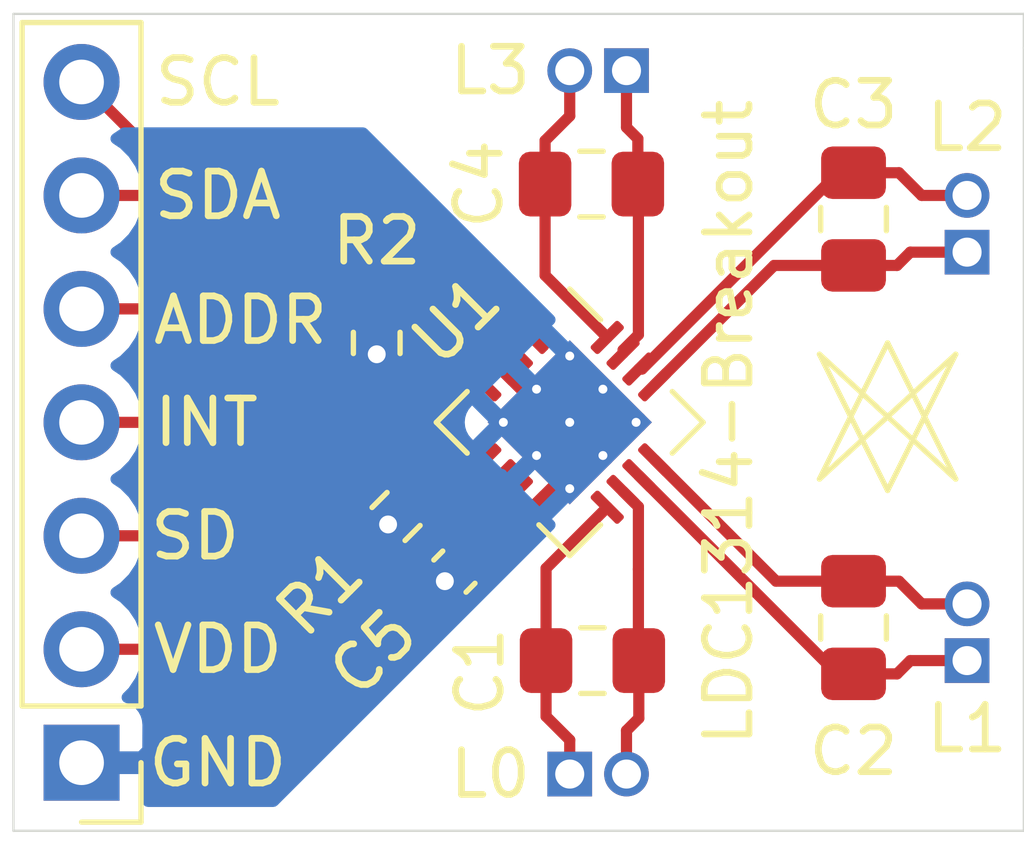
<source format=kicad_pcb>
(kicad_pcb (version 20171130) (host pcbnew "(5.1.10)-1")

  (general
    (thickness 1.6)
    (drawings 23)
    (tracks 90)
    (zones 0)
    (modules 13)
    (nets 16)
  )

  (page A4)
  (layers
    (0 F.Cu signal)
    (31 B.Cu signal)
    (32 B.Adhes user)
    (33 F.Adhes user)
    (34 B.Paste user)
    (35 F.Paste user)
    (36 B.SilkS user)
    (37 F.SilkS user)
    (38 B.Mask user)
    (39 F.Mask user)
    (40 Dwgs.User user)
    (41 Cmts.User user)
    (42 Eco1.User user)
    (43 Eco2.User user)
    (44 Edge.Cuts user)
    (45 Margin user)
    (46 B.CrtYd user)
    (47 F.CrtYd user)
    (48 B.Fab user)
    (49 F.Fab user)
  )

  (setup
    (last_trace_width 0.25)
    (trace_clearance 0.2)
    (zone_clearance 0.508)
    (zone_45_only no)
    (trace_min 0.2)
    (via_size 0.8)
    (via_drill 0.4)
    (via_min_size 0.4)
    (via_min_drill 0.3)
    (uvia_size 0.3)
    (uvia_drill 0.1)
    (uvias_allowed no)
    (uvia_min_size 0.2)
    (uvia_min_drill 0.1)
    (edge_width 0.05)
    (segment_width 0.2)
    (pcb_text_width 0.3)
    (pcb_text_size 1.5 1.5)
    (mod_edge_width 0.12)
    (mod_text_size 1 1)
    (mod_text_width 0.15)
    (pad_size 1.524 1.524)
    (pad_drill 0.762)
    (pad_to_mask_clearance 0)
    (aux_axis_origin 0 0)
    (visible_elements 7FFFFFFF)
    (pcbplotparams
      (layerselection 0x010fc_ffffffff)
      (usegerberextensions false)
      (usegerberattributes true)
      (usegerberadvancedattributes true)
      (creategerberjobfile true)
      (excludeedgelayer true)
      (linewidth 0.100000)
      (plotframeref false)
      (viasonmask false)
      (mode 1)
      (useauxorigin false)
      (hpglpennumber 1)
      (hpglpenspeed 20)
      (hpglpendiameter 15.000000)
      (psnegative false)
      (psa4output false)
      (plotreference true)
      (plotvalue true)
      (plotinvisibletext false)
      (padsonsilk false)
      (subtractmaskfromsilk false)
      (outputformat 1)
      (mirror false)
      (drillshape 0)
      (scaleselection 1)
      (outputdirectory "gerbers/"))
  )

  (net 0 "")
  (net 1 /Coil0_B)
  (net 2 /Coil0_A)
  (net 3 /Coil1_B)
  (net 4 /Coil1_A)
  (net 5 /Coil2_B)
  (net 6 /Coil2_A)
  (net 7 /Coil3_B)
  (net 8 /Coil3_A)
  (net 9 GND)
  (net 10 +3V3)
  (net 11 SCL)
  (net 12 SDA)
  (net 13 INT)
  (net 14 SHUTDOWN)
  (net 15 ADDR)

  (net_class Default "This is the default net class."
    (clearance 0.2)
    (trace_width 0.25)
    (via_dia 0.8)
    (via_drill 0.4)
    (uvia_dia 0.3)
    (uvia_drill 0.1)
    (add_net +3V3)
    (add_net /Coil0_A)
    (add_net /Coil0_B)
    (add_net /Coil1_A)
    (add_net /Coil1_B)
    (add_net /Coil2_A)
    (add_net /Coil2_B)
    (add_net /Coil3_A)
    (add_net /Coil3_B)
    (add_net ADDR)
    (add_net GND)
    (add_net INT)
    (add_net SCL)
    (add_net SDA)
    (add_net SHUTDOWN)
  )

  (net_class PWR ""
    (clearance 0.2)
    (trace_width 0.3)
    (via_dia 0.8)
    (via_drill 0.4)
    (uvia_dia 0.3)
    (uvia_drill 0.1)
  )

  (module Connector_PinHeader_1.27mm:PinHeader_1x02_P1.27mm_Vertical (layer F.Cu) (tedit 60FF40C9) (tstamp 60FFA811)
    (at 172.72 120.904 180)
    (descr "Through hole straight pin header, 1x02, 1.27mm pitch, single row")
    (tags "Through hole pin header THT 1x02 1.27mm single row")
    (path /60FEC412)
    (fp_text reference J2 (at 0 -1.695 180) (layer F.SilkS) hide
      (effects (font (size 1 1) (thickness 0.15)))
    )
    (fp_text value Coil1 (at 0 2.965 180) (layer F.Fab) hide
      (effects (font (size 1 1) (thickness 0.15)))
    )
    (fp_text user %R (at 0 0.635 270) (layer F.Fab)
      (effects (font (size 1 1) (thickness 0.15)))
    )
    (pad 2 thru_hole oval (at 0 1.27 180) (size 1 1) (drill 0.65) (layers *.Cu *.Mask)
      (net 3 /Coil1_B))
    (pad 1 thru_hole rect (at 0 0 180) (size 1 1) (drill 0.65) (layers *.Cu *.Mask)
      (net 4 /Coil1_A))
    (model ${KISYS3DMOD}/Connector_PinHeader_1.27mm.3dshapes/PinHeader_1x02_P1.27mm_Vertical.wrl
      (at (xyz 0 0 0))
      (scale (xyz 1 1 1))
      (rotate (xyz 0 0 0))
    )
  )

  (module Connector_PinHeader_1.27mm:PinHeader_1x02_P1.27mm_Vertical (layer F.Cu) (tedit 60FF4006) (tstamp 60FF8D17)
    (at 172.72 111.76 180)
    (descr "Through hole straight pin header, 1x02, 1.27mm pitch, single row")
    (tags "Through hole pin header THT 1x02 1.27mm single row")
    (path /60FEE61F)
    (fp_text reference J3 (at 0 -1.695 180) (layer F.SilkS) hide
      (effects (font (size 1 1) (thickness 0.15)))
    )
    (fp_text value Coil2 (at 0 2.54 180) (layer F.Fab) hide
      (effects (font (size 1 1) (thickness 0.15)))
    )
    (fp_text user %R (at 0 0.635 270) (layer F.Fab)
      (effects (font (size 1 1) (thickness 0.15)))
    )
    (pad 2 thru_hole oval (at 0 1.27 180) (size 1 1) (drill 0.65) (layers *.Cu *.Mask)
      (net 5 /Coil2_B))
    (pad 1 thru_hole rect (at 0 0 180) (size 1 1) (drill 0.65) (layers *.Cu *.Mask)
      (net 6 /Coil2_A))
    (model ${KISYS3DMOD}/Connector_PinHeader_1.27mm.3dshapes/PinHeader_1x02_P1.27mm_Vertical.wrl
      (at (xyz 0 0 0))
      (scale (xyz 1 1 1))
      (rotate (xyz 0 0 0))
    )
  )

  (module Resistor_SMD:R_0603_1608Metric (layer F.Cu) (tedit 5F68FEEE) (tstamp 60FFD2E3)
    (at 159.512 113.792 270)
    (descr "Resistor SMD 0603 (1608 Metric), square (rectangular) end terminal, IPC_7351 nominal, (Body size source: IPC-SM-782 page 72, https://www.pcb-3d.com/wordpress/wp-content/uploads/ipc-sm-782a_amendment_1_and_2.pdf), generated with kicad-footprint-generator")
    (tags resistor)
    (path /61092832)
    (attr smd)
    (fp_text reference R2 (at -2.286 0 180) (layer F.SilkS)
      (effects (font (size 1 1) (thickness 0.15)))
    )
    (fp_text value 1M (at 0 1.43 90) (layer F.Fab)
      (effects (font (size 1 1) (thickness 0.15)))
    )
    (fp_line (start -0.8 0.4125) (end -0.8 -0.4125) (layer F.Fab) (width 0.1))
    (fp_line (start -0.8 -0.4125) (end 0.8 -0.4125) (layer F.Fab) (width 0.1))
    (fp_line (start 0.8 -0.4125) (end 0.8 0.4125) (layer F.Fab) (width 0.1))
    (fp_line (start 0.8 0.4125) (end -0.8 0.4125) (layer F.Fab) (width 0.1))
    (fp_line (start -0.237258 -0.5225) (end 0.237258 -0.5225) (layer F.SilkS) (width 0.12))
    (fp_line (start -0.237258 0.5225) (end 0.237258 0.5225) (layer F.SilkS) (width 0.12))
    (fp_line (start -1.48 0.73) (end -1.48 -0.73) (layer F.CrtYd) (width 0.05))
    (fp_line (start -1.48 -0.73) (end 1.48 -0.73) (layer F.CrtYd) (width 0.05))
    (fp_line (start 1.48 -0.73) (end 1.48 0.73) (layer F.CrtYd) (width 0.05))
    (fp_line (start 1.48 0.73) (end -1.48 0.73) (layer F.CrtYd) (width 0.05))
    (fp_text user %R (at 0 0 90) (layer F.Fab)
      (effects (font (size 0.4 0.4) (thickness 0.06)))
    )
    (pad 2 smd roundrect (at 0.825 0 270) (size 0.8 0.95) (layers F.Cu F.Paste F.Mask) (roundrect_rratio 0.25)
      (net 9 GND))
    (pad 1 smd roundrect (at -0.825 0 270) (size 0.8 0.95) (layers F.Cu F.Paste F.Mask) (roundrect_rratio 0.25)
      (net 15 ADDR))
    (model ${KISYS3DMOD}/Resistor_SMD.3dshapes/R_0603_1608Metric.wrl
      (at (xyz 0 0 0))
      (scale (xyz 1 1 1))
      (rotate (xyz 0 0 0))
    )
  )

  (module Connector_PinHeader_1.27mm:PinHeader_1x02_P1.27mm_Vertical (layer F.Cu) (tedit 60FF3B11) (tstamp 60FFC0F7)
    (at 163.83 123.444 90)
    (descr "Through hole straight pin header, 1x02, 1.27mm pitch, single row")
    (tags "Through hole pin header THT 1x02 1.27mm single row")
    (path /60FEEDD0)
    (fp_text reference J1 (at 0 -1.695 90) (layer F.SilkS) hide
      (effects (font (size 1 1) (thickness 0.15)))
    )
    (fp_text value Coil0 (at 0 2.794 90) (layer F.Fab) hide
      (effects (font (size 1 1) (thickness 0.15)))
    )
    (pad 2 thru_hole oval (at 0 1.27 90) (size 1 1) (drill 0.65) (layers *.Cu *.Mask)
      (net 1 /Coil0_B))
    (pad 1 thru_hole rect (at 0 0 90) (size 1 1) (drill 0.65) (layers *.Cu *.Mask)
      (net 2 /Coil0_A))
    (model ${KISYS3DMOD}/Connector_PinHeader_1.27mm.3dshapes/PinHeader_1x02_P1.27mm_Vertical.wrl
      (at (xyz 0 0 0))
      (scale (xyz 1 1 1))
      (rotate (xyz 0 0 0))
    )
  )

  (module Connector_PinHeader_1.27mm:PinHeader_1x02_P1.27mm_Vertical (layer F.Cu) (tedit 60FF38B1) (tstamp 60FFC1EA)
    (at 165.1 107.696 270)
    (descr "Through hole straight pin header, 1x02, 1.27mm pitch, single row")
    (tags "Through hole pin header THT 1x02 1.27mm single row")
    (path /60FEEAB3)
    (fp_text reference J4 (at 0 -1.695 90) (layer F.SilkS) hide
      (effects (font (size 1 1) (thickness 0.15)))
    )
    (fp_text value Coil3 (at 0 3.048 90) (layer F.Fab) hide
      (effects (font (size 1 1) (thickness 0.15)))
    )
    (pad 2 thru_hole oval (at 0 1.27 270) (size 1 1) (drill 0.65) (layers *.Cu *.Mask)
      (net 7 /Coil3_B))
    (pad 1 thru_hole rect (at 0 0 270) (size 1 1) (drill 0.65) (layers *.Cu *.Mask)
      (net 8 /Coil3_A))
    (model ${KISYS3DMOD}/Connector_PinHeader_1.27mm.3dshapes/PinHeader_1x02_P1.27mm_Vertical.wrl
      (at (xyz 0 0 0))
      (scale (xyz 1 1 1))
      (rotate (xyz 0 0 0))
    )
  )

  (module Connector_PinHeader_2.54mm:PinHeader_1x07_P2.54mm_Vertical (layer F.Cu) (tedit 59FED5CC) (tstamp 60FFA34A)
    (at 152.908 123.19 180)
    (descr "Through hole straight pin header, 1x07, 2.54mm pitch, single row")
    (tags "Through hole pin header THT 1x07 2.54mm single row")
    (path /6106E6C2)
    (fp_text reference J5 (at 0 -2.33) (layer F.SilkS) hide
      (effects (font (size 1 1) (thickness 0.15)))
    )
    (fp_text value Breadboard (at 0 17.57) (layer F.Fab) hide
      (effects (font (size 1 1) (thickness 0.15)))
    )
    (fp_line (start -0.635 -1.27) (end 1.27 -1.27) (layer F.Fab) (width 0.1))
    (fp_line (start 1.27 -1.27) (end 1.27 16.51) (layer F.Fab) (width 0.1))
    (fp_line (start 1.27 16.51) (end -1.27 16.51) (layer F.Fab) (width 0.1))
    (fp_line (start -1.27 16.51) (end -1.27 -0.635) (layer F.Fab) (width 0.1))
    (fp_line (start -1.27 -0.635) (end -0.635 -1.27) (layer F.Fab) (width 0.1))
    (fp_line (start -1.33 16.57) (end 1.33 16.57) (layer F.SilkS) (width 0.12))
    (fp_line (start -1.33 1.27) (end -1.33 16.57) (layer F.SilkS) (width 0.12))
    (fp_line (start 1.33 1.27) (end 1.33 16.57) (layer F.SilkS) (width 0.12))
    (fp_line (start -1.33 1.27) (end 1.33 1.27) (layer F.SilkS) (width 0.12))
    (fp_line (start -1.33 0) (end -1.33 -1.33) (layer F.SilkS) (width 0.12))
    (fp_line (start -1.33 -1.33) (end 0 -1.33) (layer F.SilkS) (width 0.12))
    (fp_line (start -1.8 -1.8) (end -1.8 17.05) (layer F.CrtYd) (width 0.05))
    (fp_line (start -1.8 17.05) (end 1.8 17.05) (layer F.CrtYd) (width 0.05))
    (fp_line (start 1.8 17.05) (end 1.8 -1.8) (layer F.CrtYd) (width 0.05))
    (fp_line (start 1.8 -1.8) (end -1.8 -1.8) (layer F.CrtYd) (width 0.05))
    (fp_text user %R (at 0 7.62 90) (layer F.Fab)
      (effects (font (size 1 1) (thickness 0.15)))
    )
    (pad 7 thru_hole oval (at 0 15.24 180) (size 1.7 1.7) (drill 1) (layers *.Cu *.Mask)
      (net 11 SCL))
    (pad 6 thru_hole oval (at 0 12.7 180) (size 1.7 1.7) (drill 1) (layers *.Cu *.Mask)
      (net 12 SDA))
    (pad 5 thru_hole oval (at 0 10.16 180) (size 1.7 1.7) (drill 1) (layers *.Cu *.Mask)
      (net 15 ADDR))
    (pad 4 thru_hole oval (at 0 7.62 180) (size 1.7 1.7) (drill 1) (layers *.Cu *.Mask)
      (net 13 INT))
    (pad 3 thru_hole oval (at 0 5.08 180) (size 1.7 1.7) (drill 1) (layers *.Cu *.Mask)
      (net 14 SHUTDOWN))
    (pad 2 thru_hole oval (at 0 2.54 180) (size 1.7 1.7) (drill 1) (layers *.Cu *.Mask)
      (net 10 +3V3))
    (pad 1 thru_hole rect (at 0 0 180) (size 1.7 1.7) (drill 1) (layers *.Cu *.Mask)
      (net 9 GND))
    (model ${KISYS3DMOD}/Connector_PinHeader_2.54mm.3dshapes/PinHeader_1x07_P2.54mm_Vertical.wrl
      (at (xyz 0 0 0))
      (scale (xyz 1 1 1))
      (rotate (xyz 0 0 0))
    )
  )

  (module Package_DFN_QFN:WQFN-16-1EP_4x4mm_P0.5mm_EP2.6x2.6mm_ThermalVias (layer F.Cu) (tedit 5DC5F6A8) (tstamp 60FF95AA)
    (at 163.83 115.57 315)
    (descr "WQFN, 16 Pin (http://www.ti.com/lit/ds/symlink/ldc1312.pdf#page=59), generated with kicad-footprint-generator ipc_noLead_generator.py")
    (tags "WQFN NoLead")
    (path /60FED918)
    (attr smd)
    (fp_text reference U1 (at -3.412497 0.179605 225) (layer F.SilkS)
      (effects (font (size 1 1) (thickness 0.15)))
    )
    (fp_text value LDC1314 (at 0 3.320001 135) (layer F.Fab) hide
      (effects (font (size 1 1) (thickness 0.15)))
    )
    (fp_line (start 1.135 -2.11) (end 2.11 -2.11) (layer F.SilkS) (width 0.12))
    (fp_line (start 2.11 -2.11) (end 2.11 -1.135) (layer F.SilkS) (width 0.12))
    (fp_line (start -1.135 2.11) (end -2.11 2.11) (layer F.SilkS) (width 0.12))
    (fp_line (start -2.11 2.11) (end -2.11 1.135) (layer F.SilkS) (width 0.12))
    (fp_line (start 1.135 2.11) (end 2.11 2.11) (layer F.SilkS) (width 0.12))
    (fp_line (start 2.11 2.11) (end 2.11 1.135) (layer F.SilkS) (width 0.12))
    (fp_line (start -1.135 -2.11) (end -2.11 -2.11) (layer F.SilkS) (width 0.12))
    (fp_line (start -1 -2) (end 2 -2) (layer F.Fab) (width 0.1))
    (fp_line (start 2 -2) (end 2 2) (layer F.Fab) (width 0.1))
    (fp_line (start 2 2) (end -2 2) (layer F.Fab) (width 0.1))
    (fp_line (start -2 2) (end -2 -1) (layer F.Fab) (width 0.1))
    (fp_line (start -2 -1) (end -1 -2) (layer F.Fab) (width 0.1))
    (fp_line (start -2.62 -2.62) (end -2.62 2.62) (layer F.CrtYd) (width 0.05))
    (fp_line (start -2.62 2.62) (end 2.62 2.62) (layer F.CrtYd) (width 0.05))
    (fp_line (start 2.62 2.62) (end 2.62 -2.62) (layer F.CrtYd) (width 0.05))
    (fp_line (start 2.62 -2.62) (end -2.62 -2.62) (layer F.CrtYd) (width 0.05))
    (fp_text user %R (at 0 0 135) (layer F.Fab)
      (effects (font (size 1 1) (thickness 0.15)))
    )
    (pad "" smd roundrect (at 0.65 0.65 315) (size 1.13 1.13) (layers F.Paste) (roundrect_rratio 0.2212389380530974))
    (pad "" smd roundrect (at 0.65 -0.65 315) (size 1.13 1.13) (layers F.Paste) (roundrect_rratio 0.2212389380530974))
    (pad "" smd roundrect (at -0.65 0.65 315) (size 1.13 1.13) (layers F.Paste) (roundrect_rratio 0.2212389380530974))
    (pad "" smd roundrect (at -0.65 -0.65 315) (size 1.13 1.13) (layers F.Paste) (roundrect_rratio 0.2212389380530974))
    (pad 17 smd rect (at 0 0 315) (size 2.6 2.6) (layers B.Cu)
      (net 9 GND))
    (pad 17 thru_hole circle (at 1.05 1.05 315) (size 0.5 0.5) (drill 0.2) (layers *.Cu)
      (net 9 GND))
    (pad 17 thru_hole circle (at 0 1.05 315) (size 0.5 0.5) (drill 0.2) (layers *.Cu)
      (net 9 GND))
    (pad 17 thru_hole circle (at -1.05 1.05 315) (size 0.5 0.5) (drill 0.2) (layers *.Cu)
      (net 9 GND))
    (pad 17 thru_hole circle (at 1.05 0 315) (size 0.5 0.5) (drill 0.2) (layers *.Cu)
      (net 9 GND))
    (pad 17 thru_hole circle (at 0 0 315) (size 0.5 0.5) (drill 0.2) (layers *.Cu)
      (net 9 GND))
    (pad 17 thru_hole circle (at -1.05 0 315) (size 0.5 0.5) (drill 0.2) (layers *.Cu)
      (net 9 GND))
    (pad 17 thru_hole circle (at 1.05 -1.05 315) (size 0.5 0.5) (drill 0.2) (layers *.Cu)
      (net 9 GND))
    (pad 17 thru_hole circle (at 0 -1.05 315) (size 0.5 0.5) (drill 0.2) (layers *.Cu)
      (net 9 GND))
    (pad 17 thru_hole circle (at -1.05 -1.05 315) (size 0.5 0.5) (drill 0.2) (layers *.Cu)
      (net 9 GND))
    (pad 17 smd rect (at 0 0 315) (size 2.6 2.6) (layers F.Cu F.Mask)
      (net 9 GND))
    (pad 16 smd roundrect (at -0.75 -1.9375 315) (size 0.25 0.875) (layers F.Cu F.Paste F.Mask) (roundrect_rratio 0.25)
      (net 7 /Coil3_B))
    (pad 15 smd roundrect (at -0.25 -1.9375 315) (size 0.25 0.875) (layers F.Cu F.Paste F.Mask) (roundrect_rratio 0.25)
      (net 8 /Coil3_A))
    (pad 14 smd roundrect (at 0.25 -1.9375 315) (size 0.25 0.875) (layers F.Cu F.Paste F.Mask) (roundrect_rratio 0.25)
      (net 5 /Coil2_B))
    (pad 13 smd roundrect (at 0.75 -1.9375 315) (size 0.25 0.875) (layers F.Cu F.Paste F.Mask) (roundrect_rratio 0.25)
      (net 6 /Coil2_A))
    (pad 12 smd roundrect (at 1.9375 -0.75 315) (size 0.875 0.25) (layers F.Cu F.Paste F.Mask) (roundrect_rratio 0.25)
      (net 3 /Coil1_B))
    (pad 11 smd roundrect (at 1.9375 -0.25 315) (size 0.875 0.25) (layers F.Cu F.Paste F.Mask) (roundrect_rratio 0.25)
      (net 4 /Coil1_A))
    (pad 10 smd roundrect (at 1.9375 0.25 315) (size 0.875 0.25) (layers F.Cu F.Paste F.Mask) (roundrect_rratio 0.25)
      (net 1 /Coil0_B))
    (pad 9 smd roundrect (at 1.9375 0.75 315) (size 0.875 0.25) (layers F.Cu F.Paste F.Mask) (roundrect_rratio 0.25)
      (net 2 /Coil0_A))
    (pad 8 smd roundrect (at 0.75 1.9375 315) (size 0.25 0.875) (layers F.Cu F.Paste F.Mask) (roundrect_rratio 0.25)
      (net 9 GND))
    (pad 7 smd roundrect (at 0.25 1.9375 315) (size 0.25 0.875) (layers F.Cu F.Paste F.Mask) (roundrect_rratio 0.25)
      (net 10 +3V3))
    (pad 6 smd roundrect (at -0.25 1.9375 315) (size 0.25 0.875) (layers F.Cu F.Paste F.Mask) (roundrect_rratio 0.25)
      (net 14 SHUTDOWN))
    (pad 5 smd roundrect (at -0.75 1.9375 315) (size 0.25 0.875) (layers F.Cu F.Paste F.Mask) (roundrect_rratio 0.25)
      (net 13 INT))
    (pad 4 smd roundrect (at -1.9375 0.75 315) (size 0.875 0.25) (layers F.Cu F.Paste F.Mask) (roundrect_rratio 0.25)
      (net 15 ADDR))
    (pad 3 smd roundrect (at -1.9375 0.25 315) (size 0.875 0.25) (layers F.Cu F.Paste F.Mask) (roundrect_rratio 0.25)
      (net 9 GND))
    (pad 2 smd roundrect (at -1.9375 -0.25 315) (size 0.875 0.25) (layers F.Cu F.Paste F.Mask) (roundrect_rratio 0.25)
      (net 12 SDA))
    (pad 1 smd roundrect (at -1.9375 -0.75 315) (size 0.875 0.25) (layers F.Cu F.Paste F.Mask) (roundrect_rratio 0.25)
      (net 11 SCL))
    (model ${KISYS3DMOD}/Package_DFN_QFN.3dshapes/WQFN-16-1EP_4x4mm_P0.5mm_EP2.6x2.6mm.wrl
      (at (xyz 0 0 0))
      (scale (xyz 1 1 1))
      (rotate (xyz 0 0 0))
    )
  )

  (module Resistor_SMD:R_0603_1608Metric (layer F.Cu) (tedit 5F68FEEE) (tstamp 60FFB8EB)
    (at 159.944637 117.677363 225)
    (descr "Resistor SMD 0603 (1608 Metric), square (rectangular) end terminal, IPC_7351 nominal, (Body size source: IPC-SM-782 page 72, https://www.pcb-3d.com/wordpress/wp-content/uploads/ipc-sm-782a_amendment_1_and_2.pdf), generated with kicad-footprint-generator")
    (tags resistor)
    (path /61021D76)
    (attr smd)
    (fp_text reference R1 (at 2.407892 0 45) (layer F.SilkS)
      (effects (font (size 1 1) (thickness 0.15)))
    )
    (fp_text value 47k (at 0 1.43 45) (layer F.Fab) hide
      (effects (font (size 1 1) (thickness 0.15)))
    )
    (fp_line (start -0.8 0.4125) (end -0.8 -0.4125) (layer F.Fab) (width 0.1))
    (fp_line (start -0.8 -0.4125) (end 0.8 -0.4125) (layer F.Fab) (width 0.1))
    (fp_line (start 0.8 -0.4125) (end 0.8 0.4125) (layer F.Fab) (width 0.1))
    (fp_line (start 0.8 0.4125) (end -0.8 0.4125) (layer F.Fab) (width 0.1))
    (fp_line (start -0.237258 -0.5225) (end 0.237258 -0.5225) (layer F.SilkS) (width 0.12))
    (fp_line (start -0.237258 0.5225) (end 0.237258 0.5225) (layer F.SilkS) (width 0.12))
    (fp_line (start -1.48 0.73) (end -1.48 -0.73) (layer F.CrtYd) (width 0.05))
    (fp_line (start -1.48 -0.73) (end 1.48 -0.73) (layer F.CrtYd) (width 0.05))
    (fp_line (start 1.48 -0.73) (end 1.48 0.73) (layer F.CrtYd) (width 0.05))
    (fp_line (start 1.48 0.73) (end -1.48 0.73) (layer F.CrtYd) (width 0.05))
    (fp_text user %R (at 0 0 45) (layer F.Fab)
      (effects (font (size 0.4 0.4) (thickness 0.06)))
    )
    (pad 2 smd roundrect (at 0.825 0 225) (size 0.8 0.95) (layers F.Cu F.Paste F.Mask) (roundrect_rratio 0.25)
      (net 9 GND))
    (pad 1 smd roundrect (at -0.825 0 225) (size 0.8 0.95) (layers F.Cu F.Paste F.Mask) (roundrect_rratio 0.25)
      (net 14 SHUTDOWN))
    (model ${KISYS3DMOD}/Resistor_SMD.3dshapes/R_0603_1608Metric.wrl
      (at (xyz 0 0 0))
      (scale (xyz 1 1 1))
      (rotate (xyz 0 0 0))
    )
  )

  (module Capacitor_SMD:C_0603_1608Metric (layer F.Cu) (tedit 5F68FEEE) (tstamp 60FFC3FF)
    (at 161.249992 118.912008 225)
    (descr "Capacitor SMD 0603 (1608 Metric), square (rectangular) end terminal, IPC_7351 nominal, (Body size source: IPC-SM-782 page 76, https://www.pcb-3d.com/wordpress/wp-content/uploads/ipc-sm-782a_amendment_1_and_2.pdf), generated with kicad-footprint-generator")
    (tags capacitor)
    (path /610256F9)
    (attr smd)
    (fp_text reference C5 (at 2.571052 0 45) (layer F.SilkS)
      (effects (font (size 1 1) (thickness 0.15)))
    )
    (fp_text value 4.7u (at 0 1.43 45) (layer F.Fab) hide
      (effects (font (size 1 1) (thickness 0.15)))
    )
    (fp_line (start -0.8 0.4) (end -0.8 -0.4) (layer F.Fab) (width 0.1))
    (fp_line (start -0.8 -0.4) (end 0.8 -0.4) (layer F.Fab) (width 0.1))
    (fp_line (start 0.8 -0.4) (end 0.8 0.4) (layer F.Fab) (width 0.1))
    (fp_line (start 0.8 0.4) (end -0.8 0.4) (layer F.Fab) (width 0.1))
    (fp_line (start -0.14058 -0.51) (end 0.14058 -0.51) (layer F.SilkS) (width 0.12))
    (fp_line (start -0.14058 0.51) (end 0.14058 0.51) (layer F.SilkS) (width 0.12))
    (fp_line (start -1.48 0.73) (end -1.48 -0.73) (layer F.CrtYd) (width 0.05))
    (fp_line (start -1.48 -0.73) (end 1.48 -0.73) (layer F.CrtYd) (width 0.05))
    (fp_line (start 1.48 -0.73) (end 1.48 0.73) (layer F.CrtYd) (width 0.05))
    (fp_line (start 1.48 0.73) (end -1.48 0.73) (layer F.CrtYd) (width 0.05))
    (fp_text user %R (at 0 0 45) (layer F.Fab)
      (effects (font (size 0.4 0.4) (thickness 0.06)))
    )
    (pad 2 smd roundrect (at 0.775 0 225) (size 0.9 0.95) (layers F.Cu F.Paste F.Mask) (roundrect_rratio 0.25)
      (net 9 GND))
    (pad 1 smd roundrect (at -0.775 0 225) (size 0.9 0.95) (layers F.Cu F.Paste F.Mask) (roundrect_rratio 0.25)
      (net 10 +3V3))
    (model ${KISYS3DMOD}/Capacitor_SMD.3dshapes/C_0603_1608Metric.wrl
      (at (xyz 0 0 0))
      (scale (xyz 1 1 1))
      (rotate (xyz 0 0 0))
    )
  )

  (module Capacitor_SMD:C_0805_2012Metric_Pad1.18x1.45mm_HandSolder (layer F.Cu) (tedit 5F68FEEF) (tstamp 60FF8CBE)
    (at 164.3165 110.236 180)
    (descr "Capacitor SMD 0805 (2012 Metric), square (rectangular) end terminal, IPC_7351 nominal with elongated pad for handsoldering. (Body size source: IPC-SM-782 page 76, https://www.pcb-3d.com/wordpress/wp-content/uploads/ipc-sm-782a_amendment_1_and_2.pdf, https://docs.google.com/spreadsheets/d/1BsfQQcO9C6DZCsRaXUlFlo91Tg2WpOkGARC1WS5S8t0/edit?usp=sharing), generated with kicad-footprint-generator")
    (tags "capacitor handsolder")
    (path /61019A87)
    (attr smd)
    (fp_text reference C4 (at 2.5185 0 90) (layer F.SilkS)
      (effects (font (size 1 1) (thickness 0.15)))
    )
    (fp_text value 100p (at 0 1.68) (layer F.Fab) hide
      (effects (font (size 1 1) (thickness 0.15)))
    )
    (fp_line (start -1 0.625) (end -1 -0.625) (layer F.Fab) (width 0.1))
    (fp_line (start -1 -0.625) (end 1 -0.625) (layer F.Fab) (width 0.1))
    (fp_line (start 1 -0.625) (end 1 0.625) (layer F.Fab) (width 0.1))
    (fp_line (start 1 0.625) (end -1 0.625) (layer F.Fab) (width 0.1))
    (fp_line (start -0.261252 -0.735) (end 0.261252 -0.735) (layer F.SilkS) (width 0.12))
    (fp_line (start -0.261252 0.735) (end 0.261252 0.735) (layer F.SilkS) (width 0.12))
    (fp_line (start -1.88 0.98) (end -1.88 -0.98) (layer F.CrtYd) (width 0.05))
    (fp_line (start -1.88 -0.98) (end 1.88 -0.98) (layer F.CrtYd) (width 0.05))
    (fp_line (start 1.88 -0.98) (end 1.88 0.98) (layer F.CrtYd) (width 0.05))
    (fp_line (start 1.88 0.98) (end -1.88 0.98) (layer F.CrtYd) (width 0.05))
    (fp_text user %R (at 0 0) (layer F.Fab)
      (effects (font (size 0.5 0.5) (thickness 0.08)))
    )
    (pad 2 smd roundrect (at 1.0375 0 180) (size 1.175 1.45) (layers F.Cu F.Paste F.Mask) (roundrect_rratio 0.2127659574468085)
      (net 7 /Coil3_B))
    (pad 1 smd roundrect (at -1.0375 0 180) (size 1.175 1.45) (layers F.Cu F.Paste F.Mask) (roundrect_rratio 0.2127659574468085)
      (net 8 /Coil3_A))
    (model ${KISYS3DMOD}/Capacitor_SMD.3dshapes/C_0805_2012Metric.wrl
      (at (xyz 0 0 0))
      (scale (xyz 1 1 1))
      (rotate (xyz 0 0 0))
    )
  )

  (module Capacitor_SMD:C_0805_2012Metric_Pad1.18x1.45mm_HandSolder (layer F.Cu) (tedit 5F68FEEF) (tstamp 60FFB2E5)
    (at 170.18 111.0195 90)
    (descr "Capacitor SMD 0805 (2012 Metric), square (rectangular) end terminal, IPC_7351 nominal with elongated pad for handsoldering. (Body size source: IPC-SM-782 page 76, https://www.pcb-3d.com/wordpress/wp-content/uploads/ipc-sm-782a_amendment_1_and_2.pdf, https://docs.google.com/spreadsheets/d/1BsfQQcO9C6DZCsRaXUlFlo91Tg2WpOkGARC1WS5S8t0/edit?usp=sharing), generated with kicad-footprint-generator")
    (tags "capacitor handsolder")
    (path /61015E30)
    (attr smd)
    (fp_text reference C3 (at 2.5615 0 180) (layer F.SilkS)
      (effects (font (size 1 1) (thickness 0.15)))
    )
    (fp_text value 100p (at 0 1.68 90) (layer F.Fab) hide
      (effects (font (size 1 1) (thickness 0.15)))
    )
    (fp_line (start -1 0.625) (end -1 -0.625) (layer F.Fab) (width 0.1))
    (fp_line (start -1 -0.625) (end 1 -0.625) (layer F.Fab) (width 0.1))
    (fp_line (start 1 -0.625) (end 1 0.625) (layer F.Fab) (width 0.1))
    (fp_line (start 1 0.625) (end -1 0.625) (layer F.Fab) (width 0.1))
    (fp_line (start -0.261252 -0.735) (end 0.261252 -0.735) (layer F.SilkS) (width 0.12))
    (fp_line (start -0.261252 0.735) (end 0.261252 0.735) (layer F.SilkS) (width 0.12))
    (fp_line (start -1.88 0.98) (end -1.88 -0.98) (layer F.CrtYd) (width 0.05))
    (fp_line (start -1.88 -0.98) (end 1.88 -0.98) (layer F.CrtYd) (width 0.05))
    (fp_line (start 1.88 -0.98) (end 1.88 0.98) (layer F.CrtYd) (width 0.05))
    (fp_line (start 1.88 0.98) (end -1.88 0.98) (layer F.CrtYd) (width 0.05))
    (fp_text user %R (at 0 0 90) (layer F.Fab)
      (effects (font (size 0.5 0.5) (thickness 0.08)))
    )
    (pad 2 smd roundrect (at 1.0375 0 90) (size 1.175 1.45) (layers F.Cu F.Paste F.Mask) (roundrect_rratio 0.2127659574468085)
      (net 5 /Coil2_B))
    (pad 1 smd roundrect (at -1.0375 0 90) (size 1.175 1.45) (layers F.Cu F.Paste F.Mask) (roundrect_rratio 0.2127659574468085)
      (net 6 /Coil2_A))
    (model ${KISYS3DMOD}/Capacitor_SMD.3dshapes/C_0805_2012Metric.wrl
      (at (xyz 0 0 0))
      (scale (xyz 1 1 1))
      (rotate (xyz 0 0 0))
    )
  )

  (module Capacitor_SMD:C_0805_2012Metric_Pad1.18x1.45mm_HandSolder (layer F.Cu) (tedit 5F68FEEF) (tstamp 60FF8C9C)
    (at 170.18 120.1635 90)
    (descr "Capacitor SMD 0805 (2012 Metric), square (rectangular) end terminal, IPC_7351 nominal with elongated pad for handsoldering. (Body size source: IPC-SM-782 page 76, https://www.pcb-3d.com/wordpress/wp-content/uploads/ipc-sm-782a_amendment_1_and_2.pdf, https://docs.google.com/spreadsheets/d/1BsfQQcO9C6DZCsRaXUlFlo91Tg2WpOkGARC1WS5S8t0/edit?usp=sharing), generated with kicad-footprint-generator")
    (tags "capacitor handsolder")
    (path /6100685C)
    (attr smd)
    (fp_text reference C2 (at -2.7725 0 180) (layer F.SilkS)
      (effects (font (size 1 1) (thickness 0.15)))
    )
    (fp_text value 100p (at 0 1.68 90) (layer F.Fab) hide
      (effects (font (size 1 1) (thickness 0.15)))
    )
    (fp_line (start -1 0.625) (end -1 -0.625) (layer F.Fab) (width 0.1))
    (fp_line (start -1 -0.625) (end 1 -0.625) (layer F.Fab) (width 0.1))
    (fp_line (start 1 -0.625) (end 1 0.625) (layer F.Fab) (width 0.1))
    (fp_line (start 1 0.625) (end -1 0.625) (layer F.Fab) (width 0.1))
    (fp_line (start -0.261252 -0.735) (end 0.261252 -0.735) (layer F.SilkS) (width 0.12))
    (fp_line (start -0.261252 0.735) (end 0.261252 0.735) (layer F.SilkS) (width 0.12))
    (fp_line (start -1.88 0.98) (end -1.88 -0.98) (layer F.CrtYd) (width 0.05))
    (fp_line (start -1.88 -0.98) (end 1.88 -0.98) (layer F.CrtYd) (width 0.05))
    (fp_line (start 1.88 -0.98) (end 1.88 0.98) (layer F.CrtYd) (width 0.05))
    (fp_line (start 1.88 0.98) (end -1.88 0.98) (layer F.CrtYd) (width 0.05))
    (fp_text user %R (at 0 0 90) (layer F.Fab)
      (effects (font (size 0.5 0.5) (thickness 0.08)))
    )
    (pad 2 smd roundrect (at 1.0375 0 90) (size 1.175 1.45) (layers F.Cu F.Paste F.Mask) (roundrect_rratio 0.2127659574468085)
      (net 3 /Coil1_B))
    (pad 1 smd roundrect (at -1.0375 0 90) (size 1.175 1.45) (layers F.Cu F.Paste F.Mask) (roundrect_rratio 0.2127659574468085)
      (net 4 /Coil1_A))
    (model ${KISYS3DMOD}/Capacitor_SMD.3dshapes/C_0805_2012Metric.wrl
      (at (xyz 0 0 0))
      (scale (xyz 1 1 1))
      (rotate (xyz 0 0 0))
    )
  )

  (module Capacitor_SMD:C_0805_2012Metric_Pad1.18x1.45mm_HandSolder (layer F.Cu) (tedit 5F68FEEF) (tstamp 60FF8C8B)
    (at 164.338 120.904)
    (descr "Capacitor SMD 0805 (2012 Metric), square (rectangular) end terminal, IPC_7351 nominal with elongated pad for handsoldering. (Body size source: IPC-SM-782 page 76, https://www.pcb-3d.com/wordpress/wp-content/uploads/ipc-sm-782a_amendment_1_and_2.pdf, https://docs.google.com/spreadsheets/d/1BsfQQcO9C6DZCsRaXUlFlo91Tg2WpOkGARC1WS5S8t0/edit?usp=sharing), generated with kicad-footprint-generator")
    (tags "capacitor handsolder")
    (path /61002DAA)
    (attr smd)
    (fp_text reference C1 (at -2.5185 0.254 90) (layer F.SilkS)
      (effects (font (size 1 1) (thickness 0.15)))
    )
    (fp_text value 100p (at 0 1.68) (layer F.Fab) hide
      (effects (font (size 1 1) (thickness 0.15)))
    )
    (fp_line (start -1 0.625) (end -1 -0.625) (layer F.Fab) (width 0.1))
    (fp_line (start -1 -0.625) (end 1 -0.625) (layer F.Fab) (width 0.1))
    (fp_line (start 1 -0.625) (end 1 0.625) (layer F.Fab) (width 0.1))
    (fp_line (start 1 0.625) (end -1 0.625) (layer F.Fab) (width 0.1))
    (fp_line (start -0.261252 -0.735) (end 0.261252 -0.735) (layer F.SilkS) (width 0.12))
    (fp_line (start -0.261252 0.735) (end 0.261252 0.735) (layer F.SilkS) (width 0.12))
    (fp_line (start -1.88 0.98) (end -1.88 -0.98) (layer F.CrtYd) (width 0.05))
    (fp_line (start -1.88 -0.98) (end 1.88 -0.98) (layer F.CrtYd) (width 0.05))
    (fp_line (start 1.88 -0.98) (end 1.88 0.98) (layer F.CrtYd) (width 0.05))
    (fp_line (start 1.88 0.98) (end -1.88 0.98) (layer F.CrtYd) (width 0.05))
    (fp_text user %R (at 0 0) (layer F.Fab)
      (effects (font (size 0.5 0.5) (thickness 0.08)))
    )
    (pad 2 smd roundrect (at 1.0375 0) (size 1.175 1.45) (layers F.Cu F.Paste F.Mask) (roundrect_rratio 0.2127659574468085)
      (net 1 /Coil0_B))
    (pad 1 smd roundrect (at -1.0375 0) (size 1.175 1.45) (layers F.Cu F.Paste F.Mask) (roundrect_rratio 0.2127659574468085)
      (net 2 /Coil0_A))
    (model ${KISYS3DMOD}/Capacitor_SMD.3dshapes/C_0805_2012Metric.wrl
      (at (xyz 0 0 0))
      (scale (xyz 1 1 1))
      (rotate (xyz 0 0 0))
    )
  )

  (gr_line (start 172.466 114.046) (end 169.418 116.84) (layer F.SilkS) (width 0.12) (tstamp 60FFDB44))
  (gr_line (start 170.942 117.094) (end 172.466 114.046) (layer F.SilkS) (width 0.12))
  (gr_line (start 169.418 114.046) (end 170.942 117.094) (layer F.SilkS) (width 0.12))
  (gr_line (start 172.466 116.84) (end 169.418 114.046) (layer F.SilkS) (width 0.12))
  (gr_line (start 170.942 113.792) (end 172.466 116.84) (layer F.SilkS) (width 0.12))
  (gr_line (start 169.418 116.84) (end 170.942 113.792) (layer F.SilkS) (width 0.12))
  (gr_line (start 173.99 106.426) (end 173.99 107.188) (layer Edge.Cuts) (width 0.05) (tstamp 60FFD606))
  (gr_line (start 151.384 106.426) (end 173.99 106.426) (layer Edge.Cuts) (width 0.05))
  (gr_line (start 151.384 124.714) (end 151.384 106.426) (layer Edge.Cuts) (width 0.05))
  (gr_line (start 173.99 124.714) (end 173.99 107.188) (layer Edge.Cuts) (width 0.05))
  (gr_line (start 151.384 124.714) (end 173.99 124.714) (layer Edge.Cuts) (width 0.05))
  (gr_text SCL (at 155.956 107.95) (layer F.SilkS)
    (effects (font (size 1 1) (thickness 0.15)))
  )
  (gr_text SDA (at 155.956 110.49) (layer F.SilkS)
    (effects (font (size 1 1) (thickness 0.15)))
  )
  (gr_text ADDR (at 156.464 113.284) (layer F.SilkS)
    (effects (font (size 1 1) (thickness 0.15)))
  )
  (gr_text INT (at 155.702 115.57) (layer F.SilkS)
    (effects (font (size 1 1) (thickness 0.15)))
  )
  (gr_text SD (at 155.448 118.11) (layer F.SilkS)
    (effects (font (size 1 1) (thickness 0.15)))
  )
  (gr_text VDD (at 155.956 120.65) (layer F.SilkS)
    (effects (font (size 1 1) (thickness 0.15)))
  )
  (gr_text GND (at 155.956 123.19) (layer F.SilkS)
    (effects (font (size 1 1) (thickness 0.15)))
  )
  (gr_text L3 (at 162.052 107.696) (layer F.SilkS)
    (effects (font (size 1 1) (thickness 0.15)))
  )
  (gr_text L2 (at 172.72 108.966) (layer F.SilkS)
    (effects (font (size 1 1) (thickness 0.15)))
  )
  (gr_text L1 (at 172.72 122.428) (layer F.SilkS)
    (effects (font (size 1 1) (thickness 0.15)))
  )
  (gr_text L0 (at 162.052 123.444) (layer F.SilkS)
    (effects (font (size 1 1) (thickness 0.15)))
  )
  (gr_text LDC1314-Breakout (at 167.386 115.57 90) (layer F.SilkS)
    (effects (font (size 1 1) (thickness 0.15)))
  )

  (segment (start 165.366558 117.460111) (end 165.023243 117.116796) (width 0.25) (layer F.Cu) (net 1))
  (segment (start 165.366558 118.859442) (end 165.366558 117.460111) (width 0.25) (layer F.Cu) (net 1))
  (segment (start 165.366558 120.895058) (end 165.3755 120.904) (width 0.25) (layer F.Cu) (net 1))
  (segment (start 165.366558 118.859442) (end 165.366558 120.895058) (width 0.25) (layer F.Cu) (net 1))
  (segment (start 165.1 122.471) (end 165.3755 122.1955) (width 0.25) (layer F.Cu) (net 1))
  (segment (start 165.1 123.444) (end 165.1 122.471) (width 0.25) (layer F.Cu) (net 1))
  (segment (start 165.3755 120.904) (end 165.3755 122.1955) (width 0.25) (layer F.Cu) (net 1))
  (segment (start 163.3005 118.839538) (end 164.669689 117.470349) (width 0.25) (layer F.Cu) (net 2))
  (segment (start 163.3005 120.904) (end 163.3005 118.839538) (width 0.25) (layer F.Cu) (net 2))
  (segment (start 163.83 122.682) (end 163.3005 122.1525) (width 0.25) (layer F.Cu) (net 2))
  (segment (start 163.83 123.444) (end 163.83 122.682) (width 0.25) (layer F.Cu) (net 2))
  (segment (start 163.3005 120.904) (end 163.3005 122.1525) (width 0.25) (layer F.Cu) (net 2))
  (segment (start 170.18 119.126) (end 171.196 119.126) (width 0.25) (layer F.Cu) (net 3))
  (segment (start 171.196 119.126) (end 171.704 119.634) (width 0.25) (layer F.Cu) (net 3))
  (segment (start 172.72 119.634) (end 171.704 119.634) (width 0.25) (layer F.Cu) (net 3))
  (segment (start 168.44666 119.126) (end 165.730349 116.409689) (width 0.25) (layer F.Cu) (net 3))
  (segment (start 170.18 119.126) (end 168.44666 119.126) (width 0.25) (layer F.Cu) (net 3))
  (segment (start 172.72 120.904) (end 171.45 120.904) (width 0.25) (layer F.Cu) (net 4))
  (segment (start 171.153 121.201) (end 171.45 120.904) (width 0.25) (layer F.Cu) (net 4))
  (segment (start 170.18 121.201) (end 171.153 121.201) (width 0.25) (layer F.Cu) (net 4))
  (segment (start 169.814553 121.201) (end 170.18 121.201) (width 0.25) (layer F.Cu) (net 4))
  (segment (start 165.376796 116.763243) (end 169.814553 121.201) (width 0.25) (layer F.Cu) (net 4))
  (segment (start 171.704 110.49) (end 172.72 110.49) (width 0.25) (layer F.Cu) (net 5))
  (segment (start 171.196 109.982) (end 171.704 110.49) (width 0.25) (layer F.Cu) (net 5))
  (segment (start 170.18 109.982) (end 171.196 109.982) (width 0.25) (layer F.Cu) (net 5))
  (segment (start 169.84225 109.982) (end 170.18 109.982) (width 0.25) (layer F.Cu) (net 5))
  (segment (start 165.447493 114.376757) (end 169.84225 109.982) (width 0.25) (layer F.Cu) (net 5))
  (segment (start 165.376796 114.376757) (end 165.447493 114.376757) (width 0.25) (layer F.Cu) (net 5))
  (segment (start 170.18 112.057) (end 171.153 112.057) (width 0.25) (layer F.Cu) (net 6))
  (segment (start 171.45 111.76) (end 172.72 111.76) (width 0.25) (layer F.Cu) (net 6))
  (segment (start 171.153 112.057) (end 171.45 111.76) (width 0.25) (layer F.Cu) (net 6))
  (segment (start 168.40366 112.057) (end 165.730349 114.730311) (width 0.25) (layer F.Cu) (net 6))
  (segment (start 170.18 112.057) (end 168.40366 112.057) (width 0.25) (layer F.Cu) (net 6))
  (segment (start 163.279 112.278962) (end 164.669689 113.669651) (width 0.25) (layer F.Cu) (net 7))
  (segment (start 163.279 110.236) (end 163.279 112.278962) (width 0.25) (layer F.Cu) (net 7))
  (segment (start 163.279 110.236) (end 163.279 109.263) (width 0.25) (layer F.Cu) (net 7))
  (segment (start 163.279 109.263) (end 163.83 108.712) (width 0.25) (layer F.Cu) (net 7))
  (segment (start 163.83 108.712) (end 163.83 107.95) (width 0.25) (layer F.Cu) (net 7))
  (segment (start 165.366558 110.248558) (end 165.354 110.236) (width 0.25) (layer F.Cu) (net 8))
  (segment (start 165.366558 113.609192) (end 165.366558 110.248558) (width 0.25) (layer F.Cu) (net 8))
  (segment (start 165.023243 113.952507) (end 165.366558 113.609192) (width 0.25) (layer F.Cu) (net 8))
  (segment (start 165.023243 114.023204) (end 165.023243 113.952507) (width 0.25) (layer F.Cu) (net 8))
  (segment (start 165.354 110.236) (end 165.354 109.22) (width 0.25) (layer F.Cu) (net 8))
  (segment (start 165.1 108.966) (end 165.1 107.696) (width 0.25) (layer F.Cu) (net 8))
  (segment (start 165.354 109.22) (end 165.1 108.966) (width 0.25) (layer F.Cu) (net 8))
  (segment (start 163.83 116.63066) (end 163.83 115.57) (width 0.25) (layer F.Cu) (net 9))
  (segment (start 162.990311 117.470349) (end 163.83 116.63066) (width 0.25) (layer F.Cu) (net 9))
  (segment (start 163.476447 115.57) (end 163.83 115.57) (width 0.25) (layer F.Cu) (net 9))
  (segment (start 162.283204 114.376757) (end 163.476447 115.57) (width 0.25) (layer F.Cu) (net 9))
  (via (at 159.766 117.856) (size 0.8) (drill 0.4) (layers F.Cu B.Cu) (net 9))
  (segment (start 163.83 115.57) (end 162.306 117.094) (width 0.4) (layer B.Cu) (net 9))
  (segment (start 163.83 117.054924) (end 162.814 118.070924) (width 0.4) (layer B.Cu) (net 9))
  (segment (start 162.345076 115.57) (end 161.583076 116.332) (width 0.4) (layer B.Cu) (net 9))
  (segment (start 163.83 115.57) (end 162.306 115.57) (width 0.25) (layer B.Cu) (net 9))
  (segment (start 162.306 115.57) (end 161.544 114.808) (width 0.4) (layer B.Cu) (net 9))
  (segment (start 163.83 115.57) (end 162.306 114.046) (width 0.4) (layer B.Cu) (net 9))
  (segment (start 162.306 114.046) (end 162.052 114.046) (width 0.25) (layer B.Cu) (net 9))
  (segment (start 163.83 114.085076) (end 163.028924 113.284) (width 0.4) (layer B.Cu) (net 9))
  (via (at 161.036 119.126) (size 0.8) (drill 0.4) (layers F.Cu B.Cu) (net 9))
  (segment (start 160.701984 119.460016) (end 161.036 119.126) (width 0.25) (layer F.Cu) (net 9))
  (segment (start 159.361274 118.260726) (end 159.766 117.856) (width 0.25) (layer F.Cu) (net 9))
  (segment (start 154.432 123.19) (end 159.766 117.856) (width 0.25) (layer B.Cu) (net 9))
  (segment (start 152.908 123.19) (end 154.432 123.19) (width 0.25) (layer B.Cu) (net 9))
  (via (at 159.512 114.046) (size 0.8) (drill 0.4) (layers F.Cu B.Cu) (net 9))
  (segment (start 159.512 114.617) (end 159.512 114.046) (width 0.25) (layer F.Cu) (net 9))
  (segment (start 158.380612 120.65) (end 152.908 120.65) (width 0.25) (layer F.Cu) (net 10))
  (segment (start 160.666612 118.364) (end 158.380612 120.65) (width 0.25) (layer F.Cu) (net 10))
  (segment (start 161.798 118.364) (end 160.666612 118.364) (width 0.25) (layer F.Cu) (net 10))
  (segment (start 161.798 117.955553) (end 161.798 118.364) (width 0.25) (layer F.Cu) (net 10))
  (segment (start 162.636757 117.116796) (end 161.798 117.955553) (width 0.25) (layer F.Cu) (net 10))
  (segment (start 152.908 107.95) (end 154.94 109.982) (width 0.25) (layer F.Cu) (net 11))
  (segment (start 159.30266 109.982) (end 159.53433 110.21367) (width 0.25) (layer F.Cu) (net 11))
  (segment (start 154.94 109.982) (end 159.30266 109.982) (width 0.25) (layer F.Cu) (net 11))
  (segment (start 159.53433 110.21367) (end 162.990311 113.669651) (width 0.25) (layer F.Cu) (net 11))
  (segment (start 159.103553 110.49) (end 162.636757 114.023204) (width 0.25) (layer F.Cu) (net 12))
  (segment (start 157.48 110.49) (end 159.103553 110.49) (width 0.25) (layer F.Cu) (net 12))
  (segment (start 157.48 110.49) (end 152.908 110.49) (width 0.25) (layer F.Cu) (net 12))
  (segment (start 161.089962 115.57) (end 161.929651 116.409689) (width 0.25) (layer F.Cu) (net 13))
  (segment (start 157.48 115.57) (end 161.089962 115.57) (width 0.25) (layer F.Cu) (net 13))
  (segment (start 157.48 115.57) (end 152.908 115.57) (width 0.25) (layer F.Cu) (net 13))
  (segment (start 161.939889 117.106558) (end 162.283204 116.763243) (width 0.25) (layer F.Cu) (net 14))
  (segment (start 161.535608 117.094) (end 161.548166 117.106558) (width 0.25) (layer F.Cu) (net 14))
  (segment (start 161.548166 117.106558) (end 161.939889 117.106558) (width 0.25) (layer F.Cu) (net 14))
  (segment (start 160.528 117.094) (end 161.535608 117.094) (width 0.25) (layer F.Cu) (net 14))
  (segment (start 160.528 117.094) (end 156.718 117.094) (width 0.25) (layer F.Cu) (net 14))
  (segment (start 155.702 118.11) (end 152.908 118.11) (width 0.25) (layer F.Cu) (net 14))
  (segment (start 156.718 117.094) (end 155.702 118.11) (width 0.25) (layer F.Cu) (net 14))
  (segment (start 160.22934 113.03) (end 161.929651 114.730311) (width 0.25) (layer F.Cu) (net 15))
  (segment (start 157.48 113.03) (end 160.22934 113.03) (width 0.25) (layer F.Cu) (net 15))
  (segment (start 157.48 113.03) (end 152.908 113.03) (width 0.25) (layer F.Cu) (net 15))

  (zone (net 9) (net_name GND) (layer B.Cu) (tstamp 60FFDDC1) (hatch edge 0.508)
    (connect_pads (clearance 0.508))
    (min_thickness 0.254)
    (fill yes (arc_segments 32) (thermal_gap 0.508) (thermal_bridge_width 0.508))
    (polygon
      (pts
        (xy 165.862 115.57) (xy 157.226 124.206) (xy 153.162 124.206) (xy 153.162 108.966) (xy 159.258 108.966)
        (xy 163.83 113.538)
      )
    )
    (filled_polygon
      (pts
        (xy 163.386458 113.274064) (xy 163.378815 113.280337) (xy 162.663804 113.999693) (xy 162.663804 114.046158) (xy 162.5572 114.117592)
        (xy 162.551552 114.111944) (xy 162.522963 114.140533) (xy 162.522481 114.140856) (xy 162.462067 114.201429) (xy 162.371944 114.291552)
        (xy 162.377503 114.297111) (xy 162.306416 114.403804) (xy 162.259693 114.403804) (xy 161.540337 115.118815) (xy 161.460984 115.215506)
        (xy 161.40202 115.32582) (xy 161.365711 115.445519) (xy 161.35345 115.57) (xy 161.365711 115.694481) (xy 161.40202 115.81418)
        (xy 161.460984 115.924494) (xy 161.540337 116.021185) (xy 162.259693 116.736196) (xy 162.306158 116.736196) (xy 162.377592 116.8428)
        (xy 162.371944 116.848448) (xy 162.400533 116.877037) (xy 162.400856 116.877519) (xy 162.461429 116.937933) (xy 162.551552 117.028056)
        (xy 162.557111 117.022497) (xy 162.663804 117.093584) (xy 162.663804 117.140307) (xy 163.378815 117.859663) (xy 163.386458 117.865936)
        (xy 157.198394 124.054) (xy 154.394693 124.054) (xy 154.396072 124.04) (xy 154.393 123.47575) (xy 154.23425 123.317)
        (xy 153.289 123.317) (xy 153.289 123.063) (xy 154.23425 123.063) (xy 154.393 122.90425) (xy 154.396072 122.34)
        (xy 154.383812 122.215518) (xy 154.347502 122.09582) (xy 154.288537 121.985506) (xy 154.209185 121.888815) (xy 154.112494 121.809463)
        (xy 154.00218 121.750498) (xy 153.92962 121.728487) (xy 154.061475 121.596632) (xy 154.22399 121.353411) (xy 154.335932 121.083158)
        (xy 154.393 120.79626) (xy 154.393 120.50374) (xy 154.335932 120.216842) (xy 154.22399 119.946589) (xy 154.061475 119.703368)
        (xy 153.854632 119.496525) (xy 153.68024 119.38) (xy 153.854632 119.263475) (xy 154.061475 119.056632) (xy 154.22399 118.813411)
        (xy 154.335932 118.543158) (xy 154.393 118.25626) (xy 154.393 117.96374) (xy 154.335932 117.676842) (xy 154.22399 117.406589)
        (xy 154.061475 117.163368) (xy 153.854632 116.956525) (xy 153.68024 116.84) (xy 153.854632 116.723475) (xy 154.061475 116.516632)
        (xy 154.22399 116.273411) (xy 154.335932 116.003158) (xy 154.393 115.71626) (xy 154.393 115.42374) (xy 154.335932 115.136842)
        (xy 154.22399 114.866589) (xy 154.061475 114.623368) (xy 153.854632 114.416525) (xy 153.68024 114.3) (xy 153.854632 114.183475)
        (xy 154.061475 113.976632) (xy 154.22399 113.733411) (xy 154.335932 113.463158) (xy 154.393 113.17626) (xy 154.393 112.88374)
        (xy 154.335932 112.596842) (xy 154.22399 112.326589) (xy 154.061475 112.083368) (xy 153.854632 111.876525) (xy 153.68024 111.76)
        (xy 153.854632 111.643475) (xy 154.061475 111.436632) (xy 154.22399 111.193411) (xy 154.335932 110.923158) (xy 154.393 110.63626)
        (xy 154.393 110.34374) (xy 154.335932 110.056842) (xy 154.22399 109.786589) (xy 154.061475 109.543368) (xy 153.854632 109.336525)
        (xy 153.68024 109.22) (xy 153.854632 109.103475) (xy 153.865107 109.093) (xy 159.205394 109.093)
      )
    )
    (filled_polygon
      (pts
        (xy 164.023748 115.555858) (xy 164.009605 115.57) (xy 164.023748 115.584143) (xy 163.844143 115.763748) (xy 163.83 115.749605)
        (xy 163.815858 115.763748) (xy 163.636253 115.584143) (xy 163.650395 115.57) (xy 163.636253 115.555858) (xy 163.815858 115.376253)
        (xy 163.83 115.390395) (xy 163.844143 115.376253)
      )
    )
  )
)

</source>
